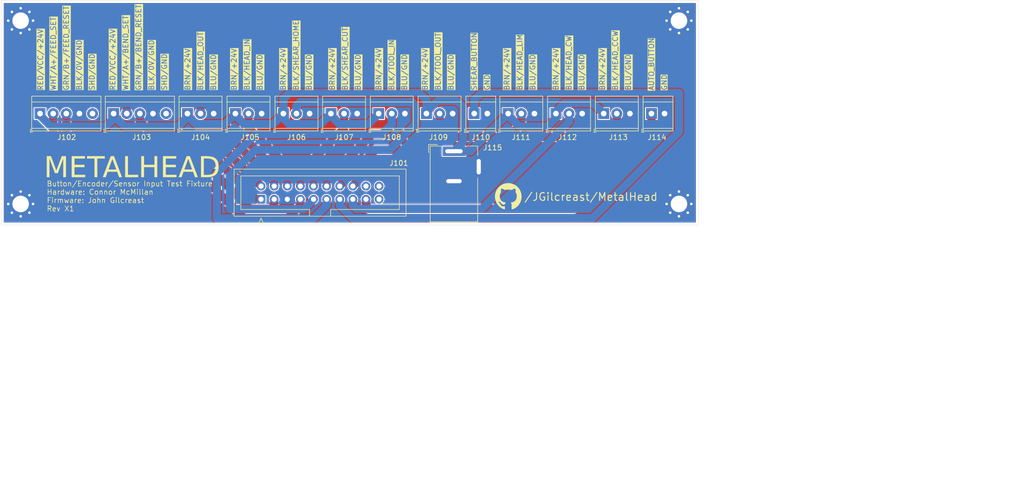
<source format=kicad_pcb>
(kicad_pcb (version 20240108) (generator "pcbnew") (generator_version "8.0")
  (title_block (title "Input Test Fixture") (date "2024-12-31") (rev "X1") (company "McMillan Enterprises") (comment 1 "Hardware: Connor McMillan (connor@mcmillan.website)") (comment 2 "Firmware: John Gilcreast (JGilcreast@gmail.com)"))
  (layers (0 "F.Cu" signal) (31 "B.Cu" signal) (34 "B.Paste" user) (35 "F.Paste" user) (36 "B.SilkS" user "B.Silkscreen") (37 "F.SilkS" user "F.Silkscreen") (38 "B.Mask" user) (39 "F.Mask" user) (44 "Edge.Cuts" user))
  (net 0 "")
  (net 1 "/PROXIMITY_HEAD_LIM")
  (net 2 "/PROXIMITY_SHEAR_HOME")
  (net 3 "/PROXIMITY_TOOL_IN")
  (net 4 "/PROXIMITY_SHEAR_CUT")
  (net 5 "/SHEAR_BUTTON")
  (net 6 "/PROXIMITY_HEAD_IN")
  (net 7 "/PROXIMITY_HEAD_OUT")
  (net 9 "/AUTO_BUTTON")
  (net 10 "/PROXIMITY_HEAD_CW")
  (net 11 "/PROXIMITY_HEAD_CCW")
  (net 12 "/ENCODER_FEED_SET")
  (net 13 "GND")
  (net 14 "/ENCODER_FEED_RESET")
  (net 16 "/ENCODER_BEND_SET")
  (net 17 "/ENCODER_BEND_RESET")
  (net 19 "/PROXIMITY_TOOL_OUT")
  (net 20 "24VRAW")
  (footprint "TerminalBlock_TE-Connectivity:TerminalBlock_TE_282834-3_1x03_P2.54mm_Horizontal" (layer "F.Cu") (at 111.59 112)
    (property "Reference" "J105" (at 2.83 4.59 0) (layer "F.SilkS"))
    (property "Value" "Screw_Terminal_01x03")
    (pad "1" thru_hole rect (at 0 0) (size 2.1 2.1) (drill 1.1) (layers "*.Cu" "*.Mask") (net 20 "24VRAW"))
    (pad "2" thru_hole circle (at 2.54 0) (size 2.1 2.1) (drill 1.1) (layers "*.Cu" "*.Mask") (net 6 "/PROXIMITY_HEAD_IN"))
    (pad "3" thru_hole circle (at 5.08 0) (size 2.1 2.1) (drill 1.1) (layers "*.Cu" "*.Mask") (net 13 "GND"))
  )
  (footprint "TerminalBlock_TE-Connectivity:TerminalBlock_TE_282834-3_1x03_P2.54mm_Horizontal" (layer "F.Cu") (at 130.09 112)
    (property "Reference" "J107" (at 2.54 4.59 0) (layer "F.SilkS"))
    (property "Value" "Screw_Terminal_01x03")
    (pad "1" thru_hole rect (at 0 0) (size 2.1 2.1) (drill 1.1) (layers "*.Cu" "*.Mask") (net 20 "24VRAW"))
    (pad "2" thru_hole circle (at 2.54 0) (size 2.1 2.1) (drill 1.1) (layers "*.Cu" "*.Mask") (net 4 "/PROXIMITY_SHEAR_CUT"))
    (pad "3" thru_hole circle (at 5.08 0) (size 2.1 2.1) (drill 1.1) (layers "*.Cu" "*.Mask") (net 13 "GND"))
  )
  (footprint "TerminalBlock_TE-Connectivity:TerminalBlock_TE_282834-2_1x02_P2.54mm_Horizontal" (layer "F.Cu") (at 192.17 112)
    (property "Reference" "J114" (at 1.08 4.59 0) (layer "F.SilkS"))
    (property "Value" "Screw_Terminal_01x02")
    (pad "1" thru_hole rect (at 0 0) (size 2.1 2.1) (drill 1.1) (layers "*.Cu" "*.Mask") (net 9 "/AUTO_BUTTON"))
    (pad "2" thru_hole circle (at 2.54 0) (size 2.1 2.1) (drill 1.1) (layers "*.Cu" "*.Mask") (net 13 "GND"))
  )
  (footprint "MountingHole:MountingHole_3.2mm_M3_Pad_Via" (layer "F.Cu") (at 70 94)
    (property "Reference" "H101" (hide yes))
    (property "Value" "MountingHole_Pad" (hide yes))
    (pad "1" thru_hole circle (at -2.4 0) (size 0.8 0.8) (drill 0.5) (layers "*.Cu" "*.Mask") (net 13 "GND"))
    (pad "1" thru_hole circle (at -1.697056 -1.697056) (size 0.8 0.8) (drill 0.5) (layers "*.Cu" "*.Mask") (net 13 "GND"))
    (pad "1" thru_hole circle (at -1.697056 1.697056) (size 0.8 0.8) (drill 0.5) (layers "*.Cu" "*.Mask") (net 13 "GND"))
    (pad "1" thru_hole circle (at 0 -2.4) (size 0.8 0.8) (drill 0.5) (layers "*.Cu" "*.Mask") (net 13 "GND"))
    (pad "1" thru_hole circle (at 0 0) (size 6.4 6.4) (drill 3.2) (layers "*.Cu" "*.Mask") (net 13 "GND"))
    (pad "1" thru_hole circle (at 0 2.4) (size 0.8 0.8) (drill 0.5) (layers "*.Cu" "*.Mask") (net 13 "GND"))
    (pad "1" thru_hole circle (at 1.697056 -1.697056) (size 0.8 0.8) (drill 0.5) (layers "*.Cu" "*.Mask") (net 13 "GND"))
    (pad "1" thru_hole circle (at 1.697056 1.697056) (size 0.8 0.8) (drill 0.5) (layers "*.Cu" "*.Mask") (net 13 "GND"))
    (pad "1" thru_hole circle (at 2.4 0) (size 0.8 0.8) (drill 0.5) (layers "*.Cu" "*.Mask") (net 13 "GND"))
  )
  (footprint "MountingHole:MountingHole_3.2mm_M3_Pad_Via" (layer "F.Cu") (at 197.5 129.5)
    (property "Reference" "H103" (hide yes))
    (property "Value" "MountingHole_Pad" (hide yes))
    (pad "1" thru_hole circle (at -2.4 0) (size 0.8 0.8) (drill 0.5) (layers "*.Cu" "*.Mask") (net 13 "GND"))
    (pad "1" thru_hole circle (at -1.697056 -1.697056) (size 0.8 0.8) (drill 0.5) (layers "*.Cu" "*.Mask") (net 13 "GND"))
    (pad "1" thru_hole circle (at -1.697056 1.697056) (size 0.8 0.8) (drill 0.5) (layers "*.Cu" "*.Mask") (net 13 "GND"))
    (pad "1" thru_hole circle (at 0 -2.4) (size 0.8 0.8) (drill 0.5) (layers "*.Cu" "*.Mask") (net 13 "GND"))
    (pad "1" thru_hole circle (at 0 0) (size 6.4 6.4) (drill 3.2) (layers "*.Cu" "*.Mask") (net 13 "GND"))
    (pad "1" thru_hole circle (at 0 2.4) (size 0.8 0.8) (drill 0.5) (layers "*.Cu" "*.Mask") (net 13 "GND"))
    (pad "1" thru_hole circle (at 1.697056 -1.697056) (size 0.8 0.8) (drill 0.5) (layers "*.Cu" "*.Mask") (net 13 "GND"))
    (pad "1" thru_hole circle (at 1.697056 1.697056) (size 0.8 0.8) (drill 0.5) (layers "*.Cu" "*.Mask") (net 13 "GND"))
    (pad "1" thru_hole circle (at 2.4 0) (size 0.8 0.8) (drill 0.5) (layers "*.Cu" "*.Mask") (net 13 "GND"))
  )
  (footprint "MountingHole:MountingHole_3.2mm_M3_Pad_Via" (layer "F.Cu") (at 70 129.5)
    (property "Reference" "H104" (hide yes))
    (property "Value" "MountingHole_Pad" (hide yes))
    (pad "1" thru_hole circle (at -2.4 0) (size 0.8 0.8) (drill 0.5) (layers "*.Cu" "*.Mask") (net 13 "GND"))
    (pad "1" thru_hole circle (at -1.697056 -1.697056) (size 0.8 0.8) (drill 0.5) (layers "*.Cu" "*.Mask") (net 13 "GND"))
    (pad "1" thru_hole circle (at -1.697056 1.697056) (size 0.8 0.8) (drill 0.5) (layers "*.Cu" "*.Mask") (net 13 "GND"))
    (pad "1" thru_hole circle (at 0 -2.4) (size 0.8 0.8) (drill 0.5) (layers "*.Cu" "*.Mask") (net 13 "GND"))
    (pad "1" thru_hole circle (at 0 0) (size 6.4 6.4) (drill 3.2) (layers "*.Cu" "*.Mask") (net 13 "GND"))
    (pad "1" thru_hole circle (at 0 2.4) (size 0.8 0.8) (drill 0.5) (layers "*.Cu" "*.Mask") (net 13 "GND"))
    (pad "1" thru_hole circle (at 1.697056 -1.697056) (size 0.8 0.8) (drill 0.5) (layers "*.Cu" "*.Mask") (net 13 "GND"))
    (pad "1" thru_hole circle (at 1.697056 1.697056) (size 0.8 0.8) (drill 0.5) (layers "*.Cu" "*.Mask") (net 13 "GND"))
    (pad "1" thru_hole circle (at 2.4 0) (size 0.8 0.8) (drill 0.5) (layers "*.Cu" "*.Mask") (net 13 "GND"))
  )
  (footprint "TerminalBlock_TE-Connectivity:TerminalBlock_TE_282834-3_1x03_P2.54mm_Horizontal" (layer "F.Cu") (at 164.42 112)
    (property "Reference" "J111" (at 2.5 4.59 0) (layer "F.SilkS"))
    (property "Value" "Screw_Terminal_01x03")
    (pad "1" thru_hole rect (at 0 0) (size 2.1 2.1) (drill 1.1) (layers "*.Cu" "*.Mask") (net 20 "24VRAW"))
    (pad "2" thru_hole circle (at 2.54 0) (size 2.1 2.1) (drill 1.1) (layers "*.Cu" "*.Mask") (net 1 "/PROXIMITY_HEAD_LIM"))
    (pad "3" thru_hole circle (at 5.08 0) (size 2.1 2.1) (drill 1.1) (layers "*.Cu" "*.Mask") (net 13 "GND"))
  )
  (footprint "TerminalBlock_TE-Connectivity:TerminalBlock_TE_282834-2_1x02_P2.54mm_Horizontal" (layer "F.Cu") (at 157.84 112)
    (property "Reference" "J110" (at 1.27 4.59 0) (layer "F.SilkS"))
    (property "Value" "Screw_Terminal_01x02")
    (pad "1" thru_hole rect (at 0 0) (size 2.1 2.1) (drill 1.1) (layers "*.Cu" "*.Mask") (net 5 "/SHEAR_BUTTON"))
    (pad "2" thru_hole circle (at 2.54 0) (size 2.1 2.1) (drill 1.1) (layers "*.Cu" "*.Mask") (net 13 "GND"))
  )
  (footprint "TerminalBlock_TE-Connectivity:TerminalBlock_TE_282834-3_1x03_P2.54mm_Horizontal" (layer "F.Cu") (at 148.59 112)
    (property "Reference" "J109" (at 2.33 4.59 0) (layer "F.SilkS"))
    (property "Value" "Screw_Terminal_01x03")
    (pad "1" thru_hole rect (at 0 0) (size 2.1 2.1) (drill 1.1) (layers "*.Cu" "*.Mask") (net 20 "24VRAW"))
    (pad "2" thru_hole circle (at 2.54 0) (size 2.1 2.1) (drill 1.1) (layers "*.Cu" "*.Mask") (net 19 "/PROXIMITY_TOOL_OUT"))
    (pad "3" thru_hole circle (at 5.08 0) (size 2.1 2.1) (drill 1.1) (layers "*.Cu" "*.Mask") (net 13 "GND"))
  )
  (footprint "TerminalBlock_TE-Connectivity:TerminalBlock_TE_282834-5_1x05_P2.54mm_Horizontal" (layer "F.Cu") (at 88.01 112)
    (property "Reference" "J103" (at 5.41 4.59 0) (layer "F.SilkS"))
    (property "Value" "Screw_Terminal_01x05")
    (pad "1" thru_hole rect (at 0 0) (size 2.1 2.1) (drill 1.1) (layers "*.Cu" "*.Mask") (net 20 "24VRAW"))
    (pad "2" thru_hole circle (at 2.54 0) (size 2.1 2.1) (drill 1.1) (layers "*.Cu" "*.Mask") (net 16 "/ENCODER_BEND_SET"))
    (pad "3" thru_hole circle (at 5.08 0) (size 2.1 2.1) (drill 1.1) (layers "*.Cu" "*.Mask") (net 17 "/ENCODER_BEND_RESET"))
    (pad "4" thru_hole circle (at 7.62 0) (size 2.1 2.1) (drill 1.1) (layers "*.Cu" "*.Mask") (net 13 "GND"))
    (pad "5" thru_hole circle (at 10.16 0) (size 2.1 2.1) (drill 1.1) (layers "*.Cu" "*.Mask"))
  )
  (footprint "TerminalBlock_TE-Connectivity:TerminalBlock_TE_282834-3_1x03_P2.54mm_Horizontal" (layer "F.Cu") (at 173.67 112)
    (property "Reference" "J112" (at 2.25 4.59 0) (layer "F.SilkS"))
    (property "Value" "Screw_Terminal_01x03")
    (pad "1" thru_hole rect (at 0 0) (size 2.1 2.1) (drill 1.1) (layers "*.Cu" "*.Mask") (net 20 "24VRAW"))
    (pad "2" thru_hole circle (at 2.54 0) (size 2.1 2.1) (drill 1.1) (layers "*.Cu" "*.Mask") (net 10 "/PROXIMITY_HEAD_CW"))
    (pad "3" thru_hole circle (at 5.08 0) (size 2.1 2.1) (drill 1.1) (layers "*.Cu" "*.Mask") (net 13 "GND"))
  )
  (footprint "Connector_BarrelJack:BarrelJack_Wuerth_6941xx301002" (layer "F.Cu") (at 153.92 119.29)
    (property "Reference" "J115" (at 7.5 -0.7 0) (layer "F.SilkS"))
    (property "Value" "Barrel_Jack_MountingPin")
    (pad "1" thru_hole rect (at 0 0) (size 4.4 1.8) (drill oval 3.4 0.8) (layers "*.Cu" "*.Mask") (net 20 "24VRAW"))
    (pad "2" thru_hole oval (at 0 5.8) (size 4 1.8) (drill oval 3 0.8) (layers "*.Cu" "*.Mask") (net 13 "GND"))
    (pad "3" thru_hole oval (at 4.8 3 90) (size 4 1.8) (drill oval 3 0.8) (layers "*.Cu" "*.Mask") (net 13 "GND"))
  )
  (footprint "Connector_IDC:IDC-Header_2x10_P2.54mm_Vertical" (layer "F.Cu") (at 116.56 128.59 90)
    (property "Reference" "J101" (at 7 26.69 180) (layer "F.SilkS"))
    (property "Value" "Conn_02x10_Odd_Even")
    (pad "1" thru_hole roundrect (at 0 0 90) (size 1.7 1.7) (drill 1) (layers "*.Cu" "*.Mask") (roundrect_rratio 0.147059) (net 12 "/ENCODER_FEED_SET"))
    (pad "2" thru_hole circle (at 2.54 0 90) (size 1.7 1.7) (drill 1) (layers "*.Cu" "*.Mask") (net 14 "/ENCODER_FEED_RESET"))
    (pad "3" thru_hole circle (at 0 2.54 90) (size 1.7 1.7) (drill 1) (layers "*.Cu" "*.Mask") (net 16 "/ENCODER_BEND_SET"))
    (pad "4" thru_hole circle (at 2.54 2.54 90) (size 1.7 1.7) (drill 1) (layers "*.Cu" "*.Mask") (net 17 "/ENCODER_BEND_RESET"))
    (pad "5" thru_hole circle (at 0 5.08 90) (size 1.7 1.7) (drill 1) (layers "*.Cu" "*.Mask") (net 13 "GND"))
    (pad "6" thru_hole circle (at 2.54 5.08 90) (size 1.7 1.7) (drill 1) (layers "*.Cu" "*.Mask") (net 20 "24VRAW"))
    (pad "7" thru_hole circle (at 0 7.62 90) (size 1.7 1.7) (drill 1) (layers "*.Cu" "*.Mask") (net 7 "/PROXIMITY_HEAD_OUT"))
    (pad "8" thru_hole circle (at 2.54 7.62 90) (size 1.7 1.7) (drill 1) (layers "*.Cu" "*.Mask") (net 6 "/PROXIMITY_HEAD_IN"))
    (pad "9" thru_hole circle (at 0 10.16 90) (size 1.7 1.7) (drill 1) (layers "*.Cu" "*.Mask") (net 2 "/PROXIMITY_SHEAR_HOME"))
    (pad "10" thru_hole circle (at 2.54 10.16 90) (size 1.7 1.7) (drill 1) (layers "*.Cu" "*.Mask") (net 4 "/PROXIMITY_SHEAR_CUT"))
    (pad "11" thru_hole circle (at 0 12.7 90) (size 1.7 1.7) (drill 1) (layers "*.Cu" "*.Mask") (net 3 "/PROXIMITY_TOOL_IN"))
    (pad "12" thru_hole circle (at 2.54 12.7 90) (size 1.7 1.7) (drill 1) (layers "*.Cu" "*.Mask") (net 19 "/PROXIMITY_TOOL_OUT"))
    (pad "13" thru_hole circle (at 0 15.24 90) (size 1.7 1.7) (drill 1) (layers "*.Cu" "*.Mask") (net 5 "/SHEAR_BUTTON"))
    (pad "14" thru_hole circle (at 2.54 15.24 90) (size 1.7 1.7) (drill 1) (layers "*.Cu" "*.Mask") (net 1 "/PROXIMITY_HEAD_LIM"))
    (pad "15" thru_hole circle (at 0 17.78 90) (size 1.7 1.7) (drill 1) (layers "*.Cu" "*.Mask") (net 10 "/PROXIMITY_HEAD_CW"))
    (pad "16" thru_hole circle (at 2.54 17.78 90) (size 1.7 1.7) (drill 1) (layers "*.Cu" "*.Mask") (net 11 "/PROXIMITY_HEAD_CCW"))
    (pad "17" thru_hole circle (at 0 20.32 90) (size 1.7 1.7) (drill 1) (layers "*.Cu" "*.Mask") (net 9 "/AUTO_BUTTON"))
    (pad "18" thru_hole circle (at 2.54 20.32 90) (size 1.7 1.7) (drill 1) (layers "*.Cu" "*.Mask"))
    (pad "19" thru_hole circle (at 0 22.86 90) (size 1.7 1.7) (drill 1) (layers "*.Cu" "*.Mask"))
    (pad "20" thru_hole circle (at 2.54 22.86 90) (size 1.7 1.7) (drill 1) (layers "*.Cu" "*.Mask"))
  )
  (footprint "TerminalBlock_TE-Connectivity:TerminalBlock_TE_282834-3_1x03_P2.54mm_Horizontal" (layer "F.Cu") (at 139.34 112)
    (property "Reference" "J108" (at 2.54 4.59 0) (layer "F.SilkS"))
    (property "Value" "Screw_Terminal_01x03")
    (pad "1" thru_hole rect (at 0 0) (size 2.1 2.1) (drill 1.1) (layers "*.Cu" "*.Mask") (net 20 "24VRAW"))
    (pad "2" thru_hole circle (at 2.54 0) (size 2.1 2.1) (drill 1.1) (layers "*.Cu" "*.Mask") (net 3 "/PROXIMITY_TOOL_IN"))
    (pad "3" thru_hole circle (at 5.08 0) (size 2.1 2.1) (drill 1.1) (layers "*.Cu" "*.Mask") (net 13 "GND"))
  )
  (footprint "TerminalBlock_TE-Connectivity:TerminalBlock_TE_282834-5_1x05_P2.54mm_Horizontal" (layer "F.Cu") (at 73.76 112)
    (property "Reference" "J102" (at 5.16 4.59 0) (layer "F.SilkS"))
    (property "Value" "Screw_Terminal_01x05")
    (pad "1" thru_hole rect (at 0 0) (size 2.1 2.1) (drill 1.1) (layers "*.Cu" "*.Mask") (net 20 "24VRAW"))
    (pad "2" thru_hole circle (at 2.54 0) (size 2.1 2.1) (drill 1.1) (layers "*.Cu" "*.Mask") (net 12 "/ENCODER_FEED_SET"))
    (pad "3" thru_hole circle (at 5.08 0) (size 2.1 2.1) (drill 1.1) (layers "*.Cu" "*.Mask") (net 14 "/ENCODER_FEED_RESET"))
    (pad "4" thru_hole circle (at 7.62 0) (size 2.1 2.1) (drill 1.1) (layers "*.Cu" "*.Mask") (net 13 "GND"))
    (pad "5" thru_hole circle (at 10.16 0) (size 2.1 2.1) (drill 1.1) (layers "*.Cu" "*.Mask"))
  )
  (footprint "TerminalBlock_TE-Connectivity:TerminalBlock_TE_282834-3_1x03_P2.54mm_Horizontal" (layer "F.Cu") (at 102.3 112)
    (property "Reference" "J104" (at 2.54 4.59 0) (layer "F.SilkS"))
    (property "Value" "Screw_Terminal_01x03")
    (pad "1" thru_hole rect (at 0 0) (size 2.1 2.1) (drill 1.1) (layers "*.Cu" "*.Mask") (net 20 "24VRAW"))
    (pad "2" thru_hole circle (at 2.54 0) (size 2.1 2.1) (drill 1.1) (layers "*.Cu" "*.Mask") (net 7 "/PROXIMITY_HEAD_OUT"))
    (pad "3" thru_hole circle (at 5.08 0) (size 2.1 2.1) (drill 1.1) (layers "*.Cu" "*.Mask") (net 13 "GND"))
  )
  (footprint "TerminalBlock_TE-Connectivity:TerminalBlock_TE_282834-3_1x03_P2.54mm_Horizontal" (layer "F.Cu") (at 182.92 112)
    (property "Reference" "J113" (at 2.83 4.59 0) (layer "F.SilkS"))
    (property "Value" "Screw_Terminal_01x03")
    (pad "1" thru_hole rect (at 0 0) (size 2.1 2.1) (drill 1.1) (layers "*.Cu" "*.Mask") (net 20 "24VRAW"))
    (pad "2" thru_hole circle (at 2.54 0) (size 2.1 2.1) (drill 1.1) (layers "*.Cu" "*.Mask") (net 11 "/PROXIMITY_HEAD_CCW"))
    (pad "3" thru_hole circle (at 5.08 0) (size 2.1 2.1) (drill 1.1) (layers "*.Cu" "*.Mask") (net 13 "GND"))
  )
  (footprint "MountingHole:MountingHole_3.2mm_M3_Pad_Via" (layer "F.Cu") (at 197.5 94)
    (property "Reference" "H102" (hide yes))
    (property "Value" "MountingHole_Pad" (hide yes))
    (pad "1" thru_hole circle (at -2.4 0) (size 0.8 0.8) (drill 0.5) (layers "*.Cu" "*.Mask") (net 13 "GND"))
    (pad "1" thru_hole circle (at -1.697056 -1.697056) (size 0.8 0.8) (drill 0.5) (layers "*.Cu" "*.Mask") (net 13 "GND"))
    (pad "1" thru_hole circle (at -1.697056 1.697056) (size 0.8 0.8) (drill 0.5) (layers "*.Cu" "*.Mask") (net 13 "GND"))
    (pad "1" thru_hole circle (at 0 -2.4) (size 0.8 0.8) (drill 0.5) (layers "*.Cu" "*.Mask") (net 13 "GND"))
    (pad "1" thru_hole circle (at 0 0) (size 6.4 6.4) (drill 3.2) (layers "*.Cu" "*.Mask") (net 13 "GND"))
    (pad "1" thru_hole circle (at 0 2.4) (size 0.8 0.8) (drill 0.5) (layers "*.Cu" "*.Mask") (net 13 "GND"))
    (pad "1" thru_hole circle (at 1.697056 -1.697056) (size 0.8 0.8) (drill 0.5) (layers "*.Cu" "*.Mask") (net 13 "GND"))
    (pad "1" thru_hole circle (at 1.697056 1.697056) (size 0.8 0.8) (drill 0.5) (layers "*.Cu" "*.Mask") (net 13 "GND"))
    (pad "1" thru_hole circle (at 2.4 0) (size 0.8 0.8) (drill 0.5) (layers "*.Cu" "*.Mask") (net 13 "GND"))
  )
  (footprint "TerminalBlock_TE-Connectivity:TerminalBlock_TE_282834-3_1x03_P2.54mm_Horizontal" (layer "F.Cu") (at 120.88 112)
    (property "Reference" "J106" (at 2.54 4.59 0) (layer "F.SilkS"))
    (property "Value" "Screw_Terminal_01x03")
    (pad "1" thru_hole rect (at 0 0) (size 2.1 2.1) (drill 1.1) (layers "*.Cu" "*.Mask") (net 20 "24VRAW"))
    (pad "2" thru_hole circle (at 2.54 0) (size 2.1 2.1) (drill 1.1) (layers "*.Cu" "*.Mask") (net 2 "/PROXIMITY_SHEAR_HOME"))
    (pad "3" thru_hole circle (at 5.08 0) (size 2.1 2.1) (drill 1.1) (layers "*.Cu" "*.Mask") (net 13 "GND"))
  )
  (gr_poly (pts (xy 164.573094 125.468105) (xy 164.704187 125.478147) (xy 164.833397 125.494685) (xy 164.960557 125.517557) (xy 165.085505 125.546599) (xy 165.208075 125.58165) (xy 165.328102 125.622546) (xy 165.445423 125.669126) (xy 165.559872 125.721225) (xy 165.671285 125.778683) (xy 165.779498 125.841335) (xy 165.884345 125.90902) (xy 165.985663 125.981575) (xy 166.083286 126.058838) (xy 166.177051 126.140644) (xy 166.266792 126.226833) (xy 166.352345 126.317242) (xy 166.433546 126.411707) (xy 166.51023 126.510066) (xy 166.582232 126.612157) (xy 166.649387 126.717817) (xy 166.711532 126.826884) (xy 166.768502 126.939194) (xy 166.820132 127.054585) (xy 166.866257 127.172895) (xy 166.906713 127.29396) (xy 166.941336 127.417619) (xy 166.96996 127.543708) (xy 166.992422 127.672066) (xy 167.008557 127.802529) (xy 167.018199 127.934935) (xy 167.021185 128.069121) (xy 167.01903 128.176519) (xy 167.012619 128.282799) (xy 167.002035 128.387877) (xy 166.987362 128.49167) (xy 166.968683 128.594096) (xy 166.94608 128.695072) (xy 166.919638 128.794514) (xy 166.889438 128.89234) (xy 166.855564 128.988468) (xy 166.818099 129.082813) (xy 166.777126 129.175294) (xy 166.732729 129.265827) (xy 166.684989 129.35433) (xy 166.633991 129.440719) (xy 166.579818 129.524912) (xy 166.522552 129.606826) (xy 166.462276 129.686378) (xy 166.399074 129.763485) (xy 166.333029 129.838064) (xy 166.264224 129.910033) (xy 166.192742 129.979308) (xy 166.118665 130.045806) (xy 166.042078 130.109445) (xy 165.963062 130.170142) (xy 165.881702 130.227814) (xy 165.79808 130.282378) (xy 165.71228 130.333751) (xy 165.624383 130.38185) (xy 165.534475 130.426593) (xy 165.442637 130.467896) (xy 165.348952 130.505677) (xy 165.253504 130.539853) (xy 165.241706 130.541966) (xy 165.230378 130.54347) (xy 165.219514 130.544386) (xy 165.209107 130.544737) (xy 165.199151 130.544544) (xy 165.18964 130.54383) (xy 165.180568 130.542617) (xy 165.171928 130.540927) (xy 165.163715 130.538781) (xy 165.155921 130.536203) (xy 165.148541 130.533215) (xy 165.141569 130.529837) (xy 165.134998 130.526094) (xy 165.128821 130.522006) (xy 165.123033 130.517595) (xy 165.117628 130.512885) (xy 165.112598 130.507897) (xy 165.107939 130.502653) (xy 165.103643 130.497175) (xy 165.099704 130.491485) (xy 165.096116 130.485606) (xy 165.092874 130.47956) (xy 165.089969 130.473368) (xy 165.087397 130.467053) (xy 165.085151 130.460638) (xy 165.083225 130.454143) (xy 165.081613 130.447592) (xy 165.080307 130.441006) (xy 165.078593 130.427818) (xy 165.078033 130.414758) (xy 165.082266 129.699007) (xy 165.08203 129.676228) (xy 165.08133 129.653977) (xy 165.078589 129.611045) (xy 165.074144 129.570186) (xy 165.068094 129.531374) (xy 165.06054 129.494584) (xy 165.051581 129.459791) (xy 165.041319 129.426968) (xy 165.029852 129.396092) (xy 165.017282 129.367136) (xy 165.003707 129.340075) (xy 164.98923 129.314884) (xy 164.973949 129.291538) (xy 164.957965 129.27001) (xy 164.941377 129.250277) (xy 164.924287 129.232311) (xy 164.906794 129.216089) (xy 165.015288 129.201984) (xy 165.12346 129.183326) (xy 165.230389 129.1592) (xy 165.335155 129.128689) (xy 165.436834 129.090878) (xy 165.534507 129.04485) (xy 165.581552 129.018468) (xy 165.62725 128.989689) (xy 165.671486 128.958397) (xy 165.714144 128.924479) (xy 165.755109 128.887819) (xy 165.794266 128.848304) (xy 165.831499 128.805819) (xy 165.866694 128.760249) (xy 165.899736 128.711479) (xy 165.930508 128.659396) (xy 165.958897 128.603884) (xy 165.984786 128.54483) (xy 166.008061 128.482118) (xy 166.028606 128.415635) (xy 166.046307 128.345265) (xy 166.061047 128.270895) (xy 166.072713 128.192409) (xy 166.081188 128.109693) (xy 166.086357 128.022633) (xy 166.088106 127.931114) (xy 166.08696 127.878361) (xy 166.083551 127.82682) (xy 166.077922 127.776493) (xy 166.070118 127.727378) (xy 166.060183 127.679477) (xy 166.048159 127.632788) (xy 166.034092 127.587312) (xy 166.018024 127.54305) (xy 166 127.5) (xy 165.980063 127.458163) (xy 165.958258 127.417539) (xy 165.934627 127.378128) (xy 165.909215 127.33993) (xy 165.882065 127.302945) (xy 165.853222 127.267173) (xy 165.822729 127.232614) (xy 165.83479 127.199082) (xy 165.849414 127.147859) (xy 165.856606 127.116025) (xy 165.86314 127.080262) (xy 165.868584 127.040733) (xy 165.872503 126.997605) (xy 165.874467 126.95104) (xy 165.874041 126.901203) (xy 165.870792 126.84826) (xy 165.864289 126.792373) (xy 165.854097 126.733708) (xy 165.839785 126.672429) (xy 165.820918 126.6087) (xy 165.797064 126.542687) (xy 165.786724 126.540378) (xy 165.755267 126.53716) (xy 165.731416 126.536947) (xy 165.702041 126.53859) (xy 165.667061 126.542785) (xy 165.626395 126.550227) (xy 165.57996 126.561611) (xy 165.527675 126.57763) (xy 165.469459 126.598981) (xy 165.40523 126.626358) (xy 165.334906 126.660455) (xy 165.258406 126.701969) (xy 165.175649 126.751592) (xy 165.086552 126.810022) (xy 165.008742 126.790226) (xy 164.929583 126.772903) (xy 164.849326 126.758104) (xy 164.768218 126.74588) (xy 164.686511 126.736283) (xy 164.604453 126.729364) (xy 164.522293 126.725175) (xy 164.440281 126.723767) (xy 164.358477 126.725205) (xy 164.276832 126.72933) (xy 164.19541 126.736134) (xy 164.114278 126.745607) (xy 164.0335 126.757741) (xy 163.953144 126.772528) (xy 163.873274 126.789957) (xy 163.793957 126.810022) (xy 163.748616 126.779663) (xy 163.704869 126.751592) (xy 163.662708 126.725723) (xy 163.62212 126.701969) (xy 163.583097 126.680242) (xy 163.545627 126.660455) (xy 163.509702 126.642523) (xy 163.47531 126.626358) (xy 163.442441 126.611873) (xy 163.411086 126.598981) (xy 163.381233 126.587596) (xy 163.352874 126.57763) (xy 163.325997 126.568997) (xy 163.300592 126.561611) (xy 163.27665 126.555383) (xy 163.25416 126.550227) (xy 163.233112 126.546057) (xy 163.213496 126.542785) (xy 163.195301 126.540325) (xy 163.178518 126.53859) (xy 163.163136 126.537493) (xy 163.149144 126.536947) (xy 163.125294 126.53716) (xy 163.106886 126.538536) (xy 163.093838 126.540378) (xy 163.083497 126.542687) (xy 163.07092 126.575969) (xy 163.059643 126.6087) (xy 163.049613 126.640861) (xy 163.040775 126.672429) (xy 163.033075 126.703385) (xy 163.026459 126.733708) (xy 163.020874 126.763378) (xy 163.016264 126.792373) (xy 163.012577 126.820674) (xy 163.009757 126.84826) (xy 163.007751 126.87511) (xy 163.006504 126.901203) (xy 163.006073 126.95104) (xy 163.008032 126.997605) (xy 163.011947 127.040733) (xy 163.017385 127.080262) (xy 163.023915 127.116025) (xy 163.031102 127.147859) (xy 163.038516 127.175599) (xy 163.045721 127.199082) (xy 163.05778 127.232614) (xy 163.027994 127.267173) (xy 162.999676 127.302945) (xy 162.972891 127.33993) (xy 162.947698 127.378128) (xy 162.924163 127.417539) (xy 162.902346 127.458163) (xy 162.88231 127.5) (xy 162.864118 127.54305) (xy 162.847833 127.587312) (xy 162.833516 127.632788) (xy 162.82123 127.679477) (xy 162.811038 127.727378) (xy 162.803002 127.776493) (xy 162.797185 127.82682) (xy 162.793648 127.878361) (xy 162.792456 127.931114) (xy 162.794204 128.022645) (xy 162.799373 128.109741) (xy 162.807846 128.192513) (xy 162.819506 128.271073) (xy 162.834239 128.345533) (xy 162.851927 128.416007) (xy 162.872456 128.482605) (xy 162.895709 128.54544) (xy 162.92157 128.604624) (xy 162.949923 128.66027) (xy 162.980652 128.712489) (xy 163.013641 128.761393) (xy 163.048775 128.807094) (xy 163.085937 128.849706) (xy 163.125011 128.889339) (xy 163.165882 128.926106) (xy 163.208433 128.960119) (xy 163.252549 128.991491) (xy 163.298112 129.020332) (xy 163.345009 129.046757) (xy 163.393121 129.070875) (xy 163.442335 129.092801) (xy 163.543599 129.13052) (xy 163.647873 129.160811) (xy 163.75423 129.184572) (xy 163.861742 129.202699) (xy 163.969481 129.216089) (xy 163.955899 129.22882) (xy 163.942478 129.242764) (xy 163.929283 129.257921) (xy 163.916375 129.274291) (xy 163.903818 129.291874) (xy 163.891675 129.31067) (xy 163.880008 129.330678) (xy 163.86888 129.3519) (xy 163.858354 129.374335) (xy 163.848494 129.397982) (xy 163.839361 129.422843) (xy 163.831019 129.448916) (xy 163.82353 129.476202) (xy 163.816958 129.504702) (xy 163.811366 129.534414) (xy 163.806815 129.565339) (xy 163.776207 129.578648) (xy 163.740915 129.592157) (xy 163.701473 129.605059) (xy 163.658414 129.616546) (xy 163.61227 129.625809) (xy 163.563574 129.63204) (xy 163.51286 129.634431) (xy 163.486913 129.633934) (xy 163.460661 129.632173) (xy 163.434171 129.629048) (xy 163.407509 129.624458) (xy 163.380742 129.618302) (xy 163.353938 129.610478) (xy 163.327161 129.600886) (xy 163.30048 129.589424) (xy 163.27396 129.575992) (xy 163.247668 129.560488) (xy 163.221671 129.542811) (xy 163.196036 129.522861) (xy 163.170829 129.500537) (xy 163.146116 129.475736) (xy 163.121965 129.448359) (xy 163.098442 129.418304) (xy 163.075614 129.385471) (xy 163.053547 129.349757) (xy 163.04715 129.338978) (xy 163.028061 129.310412) (xy 163.013804 129.291228) (xy 162.99643 129.269719) (xy 162.975959 129.246594) (xy 162.95241 129.222558) (xy 162.9258 129.198321) (xy 162.89615 129.174589) (xy 162.863479 129.15207) (xy 162.846016 129.141486) (xy 162.827804 129.131471) (xy 162.808847 129.122112) (xy 162.789145 129.113499) (xy 162.768703 129.105719) (xy 162.747522 129.098862) (xy 162.725604 129.093015) (xy 162.702952 129.088267) (xy 162.679568 129.084707) (xy 162.655454 129.082422) (xy 162.645064 129.082734) (xy 162.619676 129.084915) (xy 162.60407 129.087291) (xy 162.587968 129.090835) (xy 162.572456 129.095782) (xy 162.565259 129.098854) (xy 162.558617 129.102365) (xy 162.552664 129.106343) (xy 162.547536 129.110817) (xy 162.543369 129.115818) (xy 162.540299 129.121373) (xy 162.53846 129.127513) (xy 162.537988 129.134266) (xy 162.53902 129.141662) (xy 162.54169 129.149729) (xy 162.546135 129.158498) (xy 162.552489 129.167997) (xy 162.560888 129.178256) (xy 162.571468 129.189304) (xy 162.584365 129.201169) (xy 162.599714 129.213882) (xy 162.61765 129.227471) (xy 162.638309 129.241966) (xy 162.645893 129.245888) (xy 162.666871 129.258803) (xy 162.681552 129.269169) (xy 162.698585 129.282428) (xy 162.717637 129.298794) (xy 162.738375 129.318483) (xy 162.760468 129.341709) (xy 162.783582 129.368686) (xy 162.807386 129.399631) (xy 162.831548 129.434757) (xy 162.855734 129.47428) (xy 162.879613 129.518415) (xy 162.902851 129.567376) (xy 162.925118 129.621378) (xy 162.932957 129.641086) (xy 162.943678 129.663334) (xy 162.959753 129.691721) (xy 162.981797 129.724656) (xy 163.010424 129.760547) (xy 163.046249 129.797803) (xy 163.089887 129.83483) (xy 163.114828 129.852762) (xy 163.141952 129.870039) (xy 163.171337 129.886463) (xy 163.203059 129.901836) (xy 163.237196 129.915958) (xy 163.273824 129.92863) (xy 163.313019 129.939654) (xy 163.354859 129.948829) (xy 163.399421 129.955958) (xy 163.446781 129.960842) (xy 163.497016 129.96328) (xy 163.550203 129.963076) (xy 163.606419 129.960028) (xy 163.665741 129.953939) (xy 163.728246 129.944609) (xy 163.794009 129.93184) (xy 163.794671 130.089784) (xy 163.796126 130.231547) (xy 163.798243 130.41481) (xy 163.797683 130.427861) (xy 163.795971 130.441041) (xy 163.793055 130.454171) (xy 163.788886 130.467074) (xy 163.786315 130.473386) (xy 163.783413 130.479575) (xy 163.780172 130.485618) (xy 163.776586 130.491495) (xy 163.772648 130.497182) (xy 163.768354 130.502657) (xy 163.763696 130.507899) (xy 163.758668 130.512885) (xy 163.753263 130.517592) (xy 163.747477 130.522) (xy 163.741301 130.526086) (xy 163.73473 130.529827) (xy 163.727758 130.533201) (xy 163.720378 130.536187) (xy 163.712584 130.538763) (xy 163.704369 130.540905) (xy 163.695729 130.542592) (xy 163.686655 130.543802) (xy 163.677142 130.544512) (xy 163.667184 130.544701) (xy 163.656774 130.544346) (xy 163.645906 130.543426) (xy 163.634574 130.541918) (xy 163.622771 130.539799) (xy 163.433639 130.467861) (xy 163.251892 130.38183) (xy 163.078195 130.282369) (xy 162.913213 130.170142) (xy 162.75761 130.045812) (xy 162.612051 129.910043) (xy 162.477201 129.763497) (xy 162.353724 129.606839) (xy 162.242284 129.440732) (xy 162.143547 129.265838) (xy 162.058176 129.082822) (xy 161.986838 128.892347) (xy 161.930195 128.695076) (xy 161.888913 128.491672) (xy 161.863657 128.282799) (xy 161.857245 128.176519) (xy 161.85509 128.06912) (xy 161.858449 127.934935) (xy 161.868417 127.802529) (xy 161.884835 127.672066) (xy 161.907539 127.543708) (xy 161.936369 127.417619) (xy 161.971162 127.29396) (xy 162.011759 127.172894) (xy 162.057996 127.054585) (xy 162.109714 126.939194) (xy 162.16675 126.826884) (xy 162.228942 126.717817) (xy 162.29613 126.612157) (xy 162.368152 126.510066) (xy 162.444846 126.411707) (xy 162.526052 126.317242) (xy 162.611607 126.226833) (xy 162.70135 126.140644) (xy 162.795119 126.058838) (xy 162.892754 125.981575) (xy 162.994093 125.90902) (xy 163.098974 125.841335) (xy 163.207236 125.778683) (xy 163.318717 125.721225) (xy 163.433256 125.669126) (xy 163.550692 125.622546) (xy 163.670862 125.58165) (xy 163.793607 125.546599) (xy 163.918763 125.517557) (xy 164.04617 125.494685) (xy 164.175666 125.478147) (xy 164.30709 125.468105) (xy 164.440281 125.464721)) (stroke (width -0.000001)) (fill solid) (layer "F.SilkS"))
  (gr_rect (start 66.25 90.09) (end 201.25 133.59) (stroke (width 0.05)) (fill none) (layer "Edge.Cuts"))
  (gr_text "BLK/SHEAR_CUT" (at 133.42 107.59 90) (layer "F.SilkS" knockout) (effects (font (size 1 1)) (justify left bottom)))
  (gr_text "SHD/GND" (at 98.42 107.59 90) (layer "F.SilkS" knockout) (effects (font (size 1 1)) (justify left bottom)))
  (gr_text "BRN/+24V" (at 183.25 107.59 90) (layer "F.SilkS" knockout) (effects (font (size 1 1)) (justify left bottom)))
  (gr_text "BLU/GND" (at 135.92 107.59 90) (layer "F.SilkS" knockout) (effects (font (size 1 1)) (justify left bottom)))
  (gr_text "WHT/A+/BEND_SET" (at 90.92 107.59 90) (layer "F.SilkS" knockout) (effects (font (size 1 1)) (justify left bottom)))
  (gr_text "METALHEAD" (at 74.5 125 0) (layer "F.SilkS") (effects (font (size 4 4) (thickness 0.625)) (justify left bottom)))
  (gr_text "BRN/+24V" (at 121.42 107.59 90) (layer "F.SilkS" knockout) (effects (font (size 1 1)) (justify left bottom)))
  (gr_text "BLU/GND" (at 126.42 107.59 90) (layer "F.SilkS" knockout) (effects (font (size 1 1)) (justify left bottom)))
  (gr_text "GRN/B+/BEND_RESET" (at 93.42 107.59 90) (layer "F.SilkS" knockout) (effects (font (size 1 1)) (justify left bottom)))
  (gr_text "WHT/A+/FEED_SET" (at 76.92 107.59 90) (layer "F.SilkS" knockout) (effects (font (size 1 1)) (justify left bottom)))
  (gr_text "SHEAR_BUTTON" (at 158.42 107.59 90) (layer "F.SilkS" knockout) (effects (font (size 1 1)) (justify left bottom)))
  (gr_text "BLK/HEAD_IN" (at 114.42 107.59 90) (layer "F.SilkS" knockout) (effects (font (size 1 1)) (justify left bottom)))
  (gr_text "BLU/GND" (at 116.92 107.59 90) (layer "F.SilkS" knockout) (effects (font (size 1 1)) (justify left bottom)))
  (gr_text "RED/VCC/+24V" (at 74.42 107.59 90) (layer "F.SilkS" knockout) (effects (font (size 1 1)) (justify left bottom)))
  (gr_text "BRN/+24V" (at 111.92 107.59 90) (layer "F.SilkS" knockout) (effects (font (size 1 1)) (justify left bottom)))
  (gr_text "BRN/+24V" (at 139.92 107.59 90) (layer "F.SilkS" knockout) (effects (font (size 1 1)) (justify left bottom)))
  (gr_text "Button/Encoder/Sensor Input Test Fixture\nHardware: Connor McMillan\nFirmware: John Gilcreast\nRev X1" (at 75 131 0) (layer "F.SilkS") (effects (font (size 1 1) (thickness 0.125)) (justify left bottom)))
  (gr_text "SHD/GND" (at 84.42 107.59 90) (layer "F.SilkS" knockout) (effects (font (size 1 1)) (justify left bottom)))
  (gr_text "BLK/HEAD_LIM" (at 167.25 107.59 90) (layer "F.SilkS" knockout) (effects (font (size 1 1)) (justify left bottom)))
  (gr_text "AUTO_BUTTON" (at 192.75 107.59 90) (layer "F.SilkS" knockout) (effects (font (size 1 1)) (justify left bottom)))
  (gr_text "GRN/B+/FEED_RESET" (at 79.42 107.59 90) (layer "F.SilkS" knockout) (effects (font (size 1 1)) (justify left bottom)))
  (gr_text "BLK/HEAD_CW" (at 176.75 107.59 90) (layer "F.SilkS" knockout) (effects (font (size 1 1)) (justify left bottom)))
  (gr_text "BLU/GND" (at 144.92 107.59 90) (layer "F.SilkS" knockout) (effects (font (size 1 1)) (justify left bottom)))
  (gr_text "RED/VCC/+24V" (at 88.42 107.59 90) (layer "F.SilkS" knockout) (effects (font (size 1 1)) (justify left bottom)))
  (gr_text "BLU/GND" (at 179.25 107.59 90) (layer "F.SilkS" knockout) (effects (font (size 1 1)) (justify left bottom)))
  (gr_text "BLK/0V/GND" (at 81.92 107.59 90) (layer "F.SilkS" knockout) (effects (font (size 1 1)) (justify left bottom)))
  (gr_text "BRN/+24V" (at 148.92 107.59 90) (layer "F.SilkS" knockout) (effects (font (size 1 1)) (justify left bottom)))
  (gr_text "BLU/GND" (at 107.92 107.59 90) (layer "F.SilkS" knockout) (effects (font (size 1 1)) (justify left bottom)))
  (gr_text "BLK/HEAD_OUT" (at 105.42 107.59 90) (layer "F.SilkS" knockout) (effects (font (size 1 1)) (justify left bottom)))
  (gr_text "BRN/+24V" (at 102.92 107.59 90) (layer "F.SilkS" knockout) (effects (font (size 1 1)) (justify left bottom)))
  (gr_text "BLK/0V/GND" (at 95.92 107.59 90) (layer "F.SilkS" knockout) (effects (font (size 1 1)) (justify left bottom)))
  (gr_text "BLK/TOOL_OUT" (at 151.42 107.59 90) (layer "F.SilkS" knockout) (effects (font (size 1 1)) (justify left bottom)))
  (gr_text "BLK/TOOL_IN" (at 142.42 107.59 90) (layer "F.SilkS" knockout) (effects (font (size 1 1)) (justify left bottom)))
  (gr_text "BLU/GND" (at 169.75 107.59 90) (layer "F.SilkS" knockout) (effects (font (size 1 1)) (justify left bottom)))
  (gr_text "/JGilcreast/MetalHead" (at 167.438137 129.004729 0) (layer "F.SilkS") (effects (font (size 1.5 1.5) (thickness 0.1875)) (justify left bottom)))
  (gr_text "BRN/+24V" (at 130.92 107.59 90) (layer "F.SilkS" knockout) (effects (font (size 1 1)) (justify left bottom)))
  (gr_text "GND" (at 160.92 107.59 90) (layer "F.SilkS" knockout) (effects (font (size 1 1)) (justify left bottom)))
  (gr_text "BRN/+24V" (at 164.75 107.59 90) (layer "F.SilkS" knockout) (effects (font (size 1 1)) (justify left bottom)))
  (gr_text "BLU/GND" (at 153.92 107.59 90) (layer "F.SilkS" knockout) (effects (font (size 1 1)) (justify left bottom)))
  (gr_text "BLK/SHEAR_HOME" (at 123.92 107.59 90) (layer "F.SilkS" knockout) (effects (font (size 1 1)) (justify left bottom)))
  (gr_text "GND" (at 195.25 107.59 90) (layer "F.SilkS" knockout) (effects (font (size 1 1)) (justify left bottom)))
  (gr_text "BRN/+24V" (at 174.25 107.59 90) (layer "F.SilkS" knockout) (effects (font (size 1 1)) (justify left bottom)))
  (gr_text "BLU/GND" (at 188.25 107.59 90) (layer "F.SilkS" knockout) (effects (font (size 1 1)) (justify left bottom)))
  (gr_text "BLK/HEAD_CCW" (at 185.75 107.59 90) (layer "F.SilkS" knockout) (effects (font (size 1 1)) (justify left bottom)))
  (segment (start 131.8 125.96812) (end 138.76812 119) (width 1.6) (layer "F.Cu") (net 1))
  (segment (start 138.76812 119) (end 149.11 119) (width 1.6) (layer "F.Cu") (net 1))
  (segment (start 131.8 126.05) (end 131.8 125.96812) (width 1.6) (layer "F.Cu") (net 1))
  (segment (start 149.11 119) (end 151.61 116.5) (width 1.6) (layer "F.Cu") (net 1))
  (segment (start 151.61 116.5) (end 164.5 116.5) (width 1.6) (layer "F.Cu") (net 1))
  (segment (start 166.96 114.04) (end 166.96 112) (width 1.6) (layer "F.Cu") (net 1))
  (segment (start 164.5 116.5) (end 166.96 114.04) (width 1.6) (layer "F.Cu") (net 1))
  (segment (start 110.5 130.49) (end 110.5 124) (width 1.6) (layer "B.Cu") (net 2))
  (segment (start 146.5 110.5) (end 145.8 109.8) (width 1.6) (layer "B.Cu") (net 2))
  (segment (start 145.8 109.8) (end 124.135076 109.8) (width 1.6) (layer "B.Cu") (net 2))
  (segment (start 146.5 114) (end 146.5 110.5) (width 1.6) (layer "B.Cu") (net 2))
  (segment (start 124.896296 130.49) (end 110.5 130.49) (width 1.6) (layer "B.Cu") (net 2))
  (segment (start 126.72 128.666296) (end 124.896296 130.49) (width 1.6) (layer "B.Cu") (net 2))
  (segment (start 110.5 124) (end 115.5 119) (width 1.6) (layer "B.Cu") (net 2))
  (segment (start 115.5 119) (end 141.5 119) (width 1.6) (layer "B.Cu") (net 2))
  (segment (start 126.72 128.59) (end 126.72 128.666296) (width 1.6) (layer "B.Cu") (net 2))
  (segment (start 123.42 110.515076) (end 123.42 112) (width 1.6) (layer "B.Cu") (net 2))
  (segment (start 124.135076 109.8) (end 123.42 110.515076) (width 1.6) (layer "B.Cu") (net 2))
  (segment (start 141.5 119) (end 146.5 114) (width 1.6) (layer "B.Cu") (net 2))
  (segment (start 129.26 128.59) (end 129.26 129.792081) (width 1.6) (layer "B.Cu") (net 3))
  (segment (start 108 123.5) (end 115.5 116) (width 1.6) (layer "B.Cu") (net 3))
  (segment (start 140 116) (end 141.88 114.12) (width 1.6) (layer "B.Cu") (net 3))
  (segment (start 115.5 116) (end 140 116) (width 1.6) (layer "B.Cu") (net 3))
  (segment (start 129.26 129.792081) (end 126.762081 132.29) (width 1.6) (layer "B.Cu") (net 3))
  (segment (start 141.88 114.12) (end 141.88 112) (width 1.6) (layer "B.Cu") (net 3))
  (segment (start 126.762081 132.29) (end 108 132.29) (width 1.6) (layer "B.Cu") (net 3))
  (segment (start 108 132.29) (end 108 123.5) (width 1.6) (layer "B.Cu") (net 3))
  (segment (start 126.72 126.05) (end 126.72 120.78) (width 1.6) (layer "F.Cu") (net 4))
  (segment (start 132.63 114.87) (end 132.63 112) (width 1.6) (layer "F.Cu") (net 4))
  (segment (start 126.72 120.78) (end 132.63 114.87) (width 1.6) (layer "F.Cu") (net 4))
  (segment (start 131.8 129.792081) (end 134.247919 132.24) (width 1.6) (layer "B.Cu") (net 5))
  (segment (start 197.5 108) (end 159.19 108) (width 1.6) (layer "B.Cu") (net 5))
  (segment (start 180.76 132.24) (end 197.5 115.5) (width 1.6) (layer "B.Cu") (net 5))
  (segment (start 159.19 108) (end 157.84 109.35) (width 1.6) (layer "B.Cu") (net 5))
  (segment (start 131.8 128.59) (end 131.8 129.792081) (width 1.6) (layer "B.Cu") (net 5))
  (segment (start 134.247919 132.24) (end 180.76 132.24) (width 1.6) (layer "B.Cu") (net 5))
  (segment (start 157.84 109.35) (end 157.84 112) (width 1.6) (layer "B.Cu") (net 5))
  (segment (start 197.5 115.5) (end 197.5 108) (width 1.6) (layer "B.Cu") (net 5))
  (segment (start 124.18 124.847919) (end 114.13 114.797919) (width 1.6) (layer "F.Cu") (net 6))
  (segment (start 114.13 114.797919) (end 114.13 112) (width 1.6) (layer "F.Cu") (net 6))
  (segment (start 124.18 126.05) (end 124.18 124.847919) (width 1.6) (layer "F.Cu") (net 6))
  (segment (start 124.18 129.792081) (end 121.732081 132.24) (width 1.6) (layer "F.Cu") (net 7))
  (segment (start 71 108) (end 102.4 108) (width 1.6) (layer "F.Cu") (net 7))
  (segment (start 79.5 125.5) (end 69 115) (width 1.6) (layer "F.Cu") (net 7))
  (segment (start 69 115) (end 69 110) (width 1.6) (layer "F.Cu") (net 7))
  (segment (start 124.18 128.59) (end 124.18 129.792081) (width 1.6) (layer "F.Cu") (net 7))
  (segment (start 106.5 125.5) (end 79.5 125.5) (width 1.6) (layer "F.Cu") (net 7))
  (segment (start 113.24 132.24) (end 106.5 125.5) (width 1.6) (layer "F.Cu") (net 7))
  (segment (start 104.84 110.44) (end 104.84 112) (width 1.6) (layer "F.Cu") (net 7))
  (segment (start 121.732081 132.24) (end 113.24 132.24) (width 1.6) (layer "F.Cu") (net 7))
  (segment (start 69 110) (end 71 108) (width 1.6) (layer "F.Cu") (net 7))
  (segment (start 102.4 108) (end 104.84 110.44) (width 1.6) (layer "F.Cu") (net 7))
  (segment (start 192.17 115.33) (end 192.17 112) (width 1.6) (layer "F.Cu") (net 9))
  (segment (start 137.527919 130.44) (end 177.06 130.44) (width 1.6) (layer "F.Cu") (net 9))
  (segment (start 136.88 129.792081) (end 137.527919 130.44) (width 1.6) (layer "F.Cu") (net 9))
  (segment (start 136.88 128.59) (end 136.88 129.792081) (width 1.6) (layer "F.Cu") (net 9))
  (segment (start 177.06 130.44) (end 192.17 115.33) (width 1.6) (layer "F.Cu") (net 9))
  (segment (start 134.993503 130.44) (end 159.33 130.44) (width 1.6) (layer "B.Cu") (net 10))
  (segment (start 159.33 130.44) (end 176.21 113.56) (width 1.6) (layer "B.Cu") (net 10))
  (segment (start 134.34 128.59) (end 134.34 129.786497) (width 1.6) (layer "B.Cu") (net 10))
  (segment (start 134.34 129.786497) (end 134.993503 130.44) (width 1.6) (layer "B.Cu") (net 10))
  (segment (start 176.21 113.56) (end 176.21 112) (width 1.6) (layer "B.Cu") (net 10))
  (segment (start 150.99 126.99) (end 157.807006 126.99) (width 1.6) (layer "F.Cu") (net 11))
  (segment (start 182.52 116.5) (end 185.46 113.56) (width 1.6) (layer "F.Cu") (net 11))
  (segment (start 168 116.797006) (end 168.297006 116.5) (width 1.6) (layer "F.Cu") (net 11))
  (segment (start 146 122) (end 150.99 126.99) (width 1.6) (layer "F.Cu") (net 11))
  (segment (start 134.34 126.05) (end 134.34 125.973704) (width 1.6) (layer "F.Cu") (net 11))
  (segment (start 134.34 125.973704) (end 138.313704 122) (width 1.6) (layer "F.Cu") (net 11))
  (segment (start 157.807006 126.99) (end 168 116.797006) (width 1.6) (layer "F.Cu") (net 11))
  (segment (start 185.46 113.56) (end 185.46 112) (width 1.6) (layer "F.Cu") (net 11))
  (segment (start 168.297006 116.5) (end 182.52 116.5) (width 1.6) (layer "F.Cu") (net 11))
  (segment (start 138.313704 122) (end 146 122) (width 1.6) (layer "F.Cu") (net 11))
  (segment (start 115.59 128.59) (end 107.5 120.5) (width 1.6) (layer "F.Cu") (net 12))
  (segment (start 116.56 128.59) (end 115.59 128.59) (width 1.6) (layer "F.Cu") (net 12))
  (segment (start 80.5 120.5) (end 76.3 116.3) (width 1.6) (layer "F.Cu") (net 12))
  (segment (start 107.5 120.5) (end 80.5 120.5) (width 1.6) (layer "F.Cu") (net 12))
  (segment (start 76.3 116.3) (end 76.3 112) (width 1.6) (layer "F.Cu") (net 12))
  (segment (start 81 118) (end 78.84 115.84) (width 1.6) (layer "F.Cu") (net 14))
  (segment (start 78.84 115.84) (end 78.84 112) (width 1.6) (layer "F.Cu") (net 14))
  (segment (start 108.51 118) (end 81 118) (width 1.6) (layer "F.Cu") (net 14))
  (segment (start 116.56 126.05) (end 108.51 118) (width 1.6) (layer "F.Cu") (net 14))
  (segment (start 118.452081 130.44) (end 114.44 130.44) (width 1.6) (layer "F.Cu") (net 16))
  (segment (start 107.5 123.5) (end 80.5 123.5) (width 1.6) (layer "F.Cu") (net 16))
  (segment (start 119.1 128.59) (end 119.1 129.792081) (width 1.6) (layer "F.Cu") (net 16))
  (segment (start 114.44 130.44) (end 107.5 123.5) (width 1.6) (layer "F.Cu") (net 16))
  (segment (start 71 114) (end 71 111) (width 1.6) (layer "F.Cu") (net 16))
  (segment (start 80.5 123.5) (end 71 114) (width 1.6) (layer "F.Cu") (net 16))
  (segment (start 90.06 109.95) (end 90.55 110.44) (width 1.6) (layer "F.Cu") (net 16))
  (segment (start 119.1 129.792081) (end 118.452081 130.44) (width 1.6) (layer "F.Cu") (net 16))
  (segment (start 71 111) (end 72.05 109.95) (width 1.6) (layer "F.Cu") (net 16))
  (segment (start 90.55 110.44) (end 90.55 112) (width 1.6) (layer "F.Cu") (net 16))
  (segment (start 72.05 109.95) (end 90.06 109.95) (width 1.6) (layer "F.Cu") (net 16))
  (segment (start 93.09 113.484924) (end 93.09 112) (width 1.6) (layer "F.Cu") (net 17))
  (segment (start 95.605076 116) (end 93.09 113.484924) (width 1.6) (layer "F.Cu") (net 17))
  (segment (start 119.1 126.05) (end 119.1 125.145584) (width 1.6) (layer "F.Cu") (net 17))
  (segment (start 119.1 125.145584) (end 109.954416 116) (width 1.6) (layer "F.Cu") (net 17))
  (segment (start 109.954416 116) (end 95.605076 116) (width 1.6) (layer "F.Cu") (net 17))
  (segment (start 129.26 124.847919) (end 138.107919 116) (width 1.6) (layer "F.Cu") (net 19))
  (segment (start 148.5 116) (end 151.13 113.37) (width 1.6) (layer "F.Cu") (net 19))
  (segment (start 138.107919 116) (end 148.5 116) (width 1.6) (layer "F.Cu") (net 19))
  (segment (start 151.13 113.37) (end 151.13 112) (width 1.6) (layer "F.Cu") (net 19))
  (segment (start 129.26 126.05) (end 129.26 124.847919) (width 1.6) (layer "F.Cu") (net 19))
  (segment (start 111.59 115.09) (end 111.59 112) (width 1.6) (layer "F.Cu") (net 20))
  (segment (start 121.64 125.14) (end 111.59 115.09) (width 1.6) (layer "F.Cu") (net 20))
  (segment (start 121.64 126.05) (end 121.64 125.14) (width 1.6) (layer "F.Cu") (net 20))
  (segment (start 131.780862 114.05) (end 137.29 114.05) (width 1.6) (layer "B.Cu") (net 20))
  (segment (start 120.88 109.12) (end 122 108) (width 1.6) (layer "B.Cu") (net 20))
  (segment (start 130.09 112) (end 130.09 112.359138) (width 1.6) (layer "B.Cu") (net 20))
  (segment (start 102.3 112) (end 102.3 112.7) (width 1.6) (layer "B.Cu") (net 20))
  (segment (start 88.01 112) (end 88.01 112.99) (width 1.6) (layer "B.Cu") (net 20))
  (segment (start 88.01 112.359138) (end 88.01 112) (width 1.6) (layer "B.Cu") (net 20))
  (segment (start 172 114.5) (end 173.67 112.83) (width 1.6) (layer "B.Cu") (net 20))
  (segment (start 86.5 114.5) (end 75.900862 114.5) (width 1.6) (layer "B.Cu") (net 20))
  (segment (start 150.730862 109.5) (end 154.5 109.5) (width 1.6) (layer "B.Cu") (net 20))
  (segment (start 122 108) (end 147.24 108) (width 1.6) (layer "B.Cu") (net 20))
  (segment (start 75.900862 114.5) (end 73.76 112.359138) (width 1.6) (layer "B.Cu") (net 20))
  (segment (start 111.59 112) (end 109.54 114.05) (width 1.6) (layer "B.Cu") (net 20))
  (segment (start 120.88 112) (end 120.88 112.88) (width 1.6) (layer "B.Cu") (net 20))
  (segment (start 173.67 112.83) (end 173.67 112) (width 1.6) (layer "B.Cu") (net 20))
  (segment (start 122.05 114.05) (end 128.04 114.05) (width 1.6) (layer "B.Cu") (net 20))
  (segment (start 155.72 110.72) (end 155.72 117.49) (width 1.6) (layer "B.Cu") (net 20))
  (segment (start 120.88 112.88) (end 122.05 114.05) (width 1.6) (layer "B.Cu") (net 20))
  (segment (start 148.59 111.640862) (end 150.730862 109.5) (width 1.6) (layer "B.Cu") (net 20))
  (segment (start 102.3 112.7) (end 100.5 114.5) (width 1.6) (layer "B.Cu") (net 20))
  (segment (start 90.150862 114.5) (end 88.01 112.359138) (width 1.6) (layer "B.Cu") (net 20))
  (segment (start 180.87 109.95) (end 182.92 112) (width 1.6) (layer "B.Cu") (net 20))
  (segment (start 147.24 108) (end 148.59 109.35) (width 1.6) (layer "B.Cu") (net 20))
  (segment (start 113.280862 114.05) (end 118.83 114.05) (width 1.6) (layer "B.Cu") (net 20))
  (segment (start 157.13 119.29) (end 164.42 112) (width 1.6) (layer "B.Cu") (net 20))
  (segment (start 100.5 114.5) (end 90.150862 114.5) (width 1.6) (layer "B.Cu") (net 20))
  (segment (start 109.54 114.05) (end 103.990862 114.05) (width 1.6) (layer "B.Cu") (net 20))
  (segment (start 155.72 117.49) (end 153.92 119.29) (width 1.6) (layer "B.Cu") (net 20))
  (segment (start 153.92 119.29) (end 157.13 119.29) (width 1.6) (layer "B.Cu") (net 20))
  (segment (start 73.76 112.359138) (end 73.76 112) (width 1.6) (layer "B.Cu") (net 20))
  (segment (start 128.04 114.05) (end 130.09 112) (width 1.6) (layer "B.Cu") (net 20))
  (segment (start 173.67 111.640862) (end 175.360862 109.95) (width 1.6) (layer "B.Cu") (net 20))
  (segment (start 120.88 112) (end 120.88 109.12) (width 1.6) (layer "B.Cu") (net 20))
  (segment (start 164.42 112) (end 164.42 112.359138) (width 1.6) (layer "B.Cu") (net 20))
  (segment (start 166.560862 114.5) (end 172 114.5) (width 1.6) (layer "B.Cu") (net 20))
  (segment (start 154.5 109.5) (end 155.72 110.72) (width 1.6) (layer "B.Cu") (net 20))
  (segment (start 111.59 112) (end 111.59 112.359138) (width 1.6) (layer "B.Cu") (net 20))
  (segment (start 111.59 112.359138) (end 113.280862 114.05) (width 1.6) (layer "B.Cu") (net 20))
  (segment (start 137.29 114.05) (end 139.34 112) (width 1.6) (layer "B.Cu") (net 20))
  (segment (start 148.59 112) (end 148.59 111.640862) (width 1.6) (layer "B.Cu") (net 20))
  (segment (start 118.83 114.05) (end 120.88 112) (width 1.6) (layer "B.Cu") (net 20))
  (segment (start 175.360862 109.95) (end 180.87 109.95) (width 1.6) (layer "B.Cu") (net 20))
  (segment (start 130.09 112.359138) (end 131.780862 114.05) (width 1.6) (layer "B.Cu") (net 20))
  (segment (start 88.01 112.99) (end 86.5 114.5) (width 1.6) (layer "B.Cu") (net 20))
  (segment (start 164.42 112.359138) (end 166.560862 114.5) (width 1.6) (layer "B.Cu") (net 20))
  (segment (start 103.990862 114.05) (end 102.3 112.359138) (width 1.6) (layer "B.Cu") (net 20))
  (segment (start 102.3 112.359138) (end 102.3 112) (width 1.6) (layer "B.Cu") (net 20))
  (segment (start 148.59 109.35) (end 148.59 112) (width 1.6) (layer "B.Cu") (net 20))
  (segment (start 173.67 112) (end 173.67 111.640862) (width 1.6) (layer "B.Cu") (net 20))
  (zone (net 13) (net_name "GND") (layers "F&B.Cu") (connect_pads yes (clearance 0.026)) (min_thickness 0) (fill yes (thermal_gap 0.5) (thermal_bridge_width 0.5))
    (polygon (pts (xy 66 90) (xy 66 134) (xy 201.5 134) (xy 201.5 90)))
  )
)
</source>
